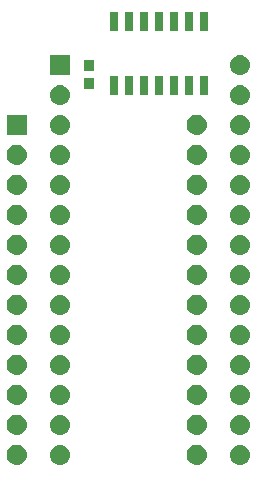
<source format=gbr>
G04 #@! TF.GenerationSoftware,KiCad,Pcbnew,(5.1.4)-1*
G04 #@! TF.CreationDate,2021-05-13T22:14:35-04:00*
G04 #@! TF.ProjectId,27c256_to_82s141,32376332-3536-45f7-946f-5f3832733134,rev?*
G04 #@! TF.SameCoordinates,Original*
G04 #@! TF.FileFunction,Soldermask,Bot*
G04 #@! TF.FilePolarity,Negative*
%FSLAX46Y46*%
G04 Gerber Fmt 4.6, Leading zero omitted, Abs format (unit mm)*
G04 Created by KiCad (PCBNEW (5.1.4)-1) date 2021-05-13 22:14:35*
%MOMM*%
%LPD*%
G04 APERTURE LIST*
%ADD10C,0.100000*%
G04 APERTURE END LIST*
D10*
G36*
X110971824Y-82916314D02*
G01*
X111132243Y-82964977D01*
X111252012Y-83028995D01*
X111280079Y-83043997D01*
X111409660Y-83150342D01*
X111516005Y-83279923D01*
X111516006Y-83279925D01*
X111595025Y-83427759D01*
X111643688Y-83588178D01*
X111660118Y-83755001D01*
X111643688Y-83921824D01*
X111595025Y-84082243D01*
X111524115Y-84214907D01*
X111516005Y-84230079D01*
X111409660Y-84359660D01*
X111280079Y-84466005D01*
X111280077Y-84466006D01*
X111132243Y-84545025D01*
X110971824Y-84593688D01*
X110846805Y-84606001D01*
X110763197Y-84606001D01*
X110638178Y-84593688D01*
X110477759Y-84545025D01*
X110329925Y-84466006D01*
X110329923Y-84466005D01*
X110200342Y-84359660D01*
X110093997Y-84230079D01*
X110085887Y-84214907D01*
X110014977Y-84082243D01*
X109966314Y-83921824D01*
X109949884Y-83755001D01*
X109966314Y-83588178D01*
X110014977Y-83427759D01*
X110093996Y-83279925D01*
X110093997Y-83279923D01*
X110200342Y-83150342D01*
X110329923Y-83043997D01*
X110357990Y-83028995D01*
X110477759Y-82964977D01*
X110638178Y-82916314D01*
X110763197Y-82904001D01*
X110846805Y-82904001D01*
X110971824Y-82916314D01*
X110971824Y-82916314D01*
G37*
G36*
X126211824Y-82916314D02*
G01*
X126372243Y-82964977D01*
X126492012Y-83028995D01*
X126520079Y-83043997D01*
X126649660Y-83150342D01*
X126756005Y-83279923D01*
X126756006Y-83279925D01*
X126835025Y-83427759D01*
X126883688Y-83588178D01*
X126900118Y-83755001D01*
X126883688Y-83921824D01*
X126835025Y-84082243D01*
X126764115Y-84214907D01*
X126756005Y-84230079D01*
X126649660Y-84359660D01*
X126520079Y-84466005D01*
X126520077Y-84466006D01*
X126372243Y-84545025D01*
X126211824Y-84593688D01*
X126086805Y-84606001D01*
X126003197Y-84606001D01*
X125878178Y-84593688D01*
X125717759Y-84545025D01*
X125569925Y-84466006D01*
X125569923Y-84466005D01*
X125440342Y-84359660D01*
X125333997Y-84230079D01*
X125325887Y-84214907D01*
X125254977Y-84082243D01*
X125206314Y-83921824D01*
X125189884Y-83755001D01*
X125206314Y-83588178D01*
X125254977Y-83427759D01*
X125333996Y-83279925D01*
X125333997Y-83279923D01*
X125440342Y-83150342D01*
X125569923Y-83043997D01*
X125597990Y-83028995D01*
X125717759Y-82964977D01*
X125878178Y-82916314D01*
X126003197Y-82904001D01*
X126086805Y-82904001D01*
X126211824Y-82916314D01*
X126211824Y-82916314D01*
G37*
G36*
X122556823Y-82901313D02*
G01*
X122717242Y-82949976D01*
X122849906Y-83020886D01*
X122865078Y-83028996D01*
X122994659Y-83135341D01*
X123101004Y-83264922D01*
X123101005Y-83264924D01*
X123180024Y-83412758D01*
X123228687Y-83573177D01*
X123245117Y-83740000D01*
X123228687Y-83906823D01*
X123180024Y-84067242D01*
X123109114Y-84199906D01*
X123101004Y-84215078D01*
X122994659Y-84344659D01*
X122865078Y-84451004D01*
X122865076Y-84451005D01*
X122717242Y-84530024D01*
X122556823Y-84578687D01*
X122431804Y-84591000D01*
X122348196Y-84591000D01*
X122223177Y-84578687D01*
X122062758Y-84530024D01*
X121914924Y-84451005D01*
X121914922Y-84451004D01*
X121785341Y-84344659D01*
X121678996Y-84215078D01*
X121670886Y-84199906D01*
X121599976Y-84067242D01*
X121551313Y-83906823D01*
X121534883Y-83740000D01*
X121551313Y-83573177D01*
X121599976Y-83412758D01*
X121678995Y-83264924D01*
X121678996Y-83264922D01*
X121785341Y-83135341D01*
X121914922Y-83028996D01*
X121930094Y-83020886D01*
X122062758Y-82949976D01*
X122223177Y-82901313D01*
X122348196Y-82889000D01*
X122431804Y-82889000D01*
X122556823Y-82901313D01*
X122556823Y-82901313D01*
G37*
G36*
X107316823Y-82901313D02*
G01*
X107477242Y-82949976D01*
X107609906Y-83020886D01*
X107625078Y-83028996D01*
X107754659Y-83135341D01*
X107861004Y-83264922D01*
X107861005Y-83264924D01*
X107940024Y-83412758D01*
X107988687Y-83573177D01*
X108005117Y-83740000D01*
X107988687Y-83906823D01*
X107940024Y-84067242D01*
X107869114Y-84199906D01*
X107861004Y-84215078D01*
X107754659Y-84344659D01*
X107625078Y-84451004D01*
X107625076Y-84451005D01*
X107477242Y-84530024D01*
X107316823Y-84578687D01*
X107191804Y-84591000D01*
X107108196Y-84591000D01*
X106983177Y-84578687D01*
X106822758Y-84530024D01*
X106674924Y-84451005D01*
X106674922Y-84451004D01*
X106545341Y-84344659D01*
X106438996Y-84215078D01*
X106430886Y-84199906D01*
X106359976Y-84067242D01*
X106311313Y-83906823D01*
X106294883Y-83740000D01*
X106311313Y-83573177D01*
X106359976Y-83412758D01*
X106438995Y-83264924D01*
X106438996Y-83264922D01*
X106545341Y-83135341D01*
X106674922Y-83028996D01*
X106690094Y-83020886D01*
X106822758Y-82949976D01*
X106983177Y-82901313D01*
X107108196Y-82889000D01*
X107191804Y-82889000D01*
X107316823Y-82901313D01*
X107316823Y-82901313D01*
G37*
G36*
X126211824Y-80376314D02*
G01*
X126372243Y-80424977D01*
X126492012Y-80488995D01*
X126520079Y-80503997D01*
X126649660Y-80610342D01*
X126756005Y-80739923D01*
X126756006Y-80739925D01*
X126835025Y-80887759D01*
X126883688Y-81048178D01*
X126900118Y-81215001D01*
X126883688Y-81381824D01*
X126835025Y-81542243D01*
X126764115Y-81674907D01*
X126756005Y-81690079D01*
X126649660Y-81819660D01*
X126520079Y-81926005D01*
X126520077Y-81926006D01*
X126372243Y-82005025D01*
X126211824Y-82053688D01*
X126086805Y-82066001D01*
X126003197Y-82066001D01*
X125878178Y-82053688D01*
X125717759Y-82005025D01*
X125569925Y-81926006D01*
X125569923Y-81926005D01*
X125440342Y-81819660D01*
X125333997Y-81690079D01*
X125325887Y-81674907D01*
X125254977Y-81542243D01*
X125206314Y-81381824D01*
X125189884Y-81215001D01*
X125206314Y-81048178D01*
X125254977Y-80887759D01*
X125333996Y-80739925D01*
X125333997Y-80739923D01*
X125440342Y-80610342D01*
X125569923Y-80503997D01*
X125597990Y-80488995D01*
X125717759Y-80424977D01*
X125878178Y-80376314D01*
X126003197Y-80364001D01*
X126086805Y-80364001D01*
X126211824Y-80376314D01*
X126211824Y-80376314D01*
G37*
G36*
X110971824Y-80376314D02*
G01*
X111132243Y-80424977D01*
X111252012Y-80488995D01*
X111280079Y-80503997D01*
X111409660Y-80610342D01*
X111516005Y-80739923D01*
X111516006Y-80739925D01*
X111595025Y-80887759D01*
X111643688Y-81048178D01*
X111660118Y-81215001D01*
X111643688Y-81381824D01*
X111595025Y-81542243D01*
X111524115Y-81674907D01*
X111516005Y-81690079D01*
X111409660Y-81819660D01*
X111280079Y-81926005D01*
X111280077Y-81926006D01*
X111132243Y-82005025D01*
X110971824Y-82053688D01*
X110846805Y-82066001D01*
X110763197Y-82066001D01*
X110638178Y-82053688D01*
X110477759Y-82005025D01*
X110329925Y-81926006D01*
X110329923Y-81926005D01*
X110200342Y-81819660D01*
X110093997Y-81690079D01*
X110085887Y-81674907D01*
X110014977Y-81542243D01*
X109966314Y-81381824D01*
X109949884Y-81215001D01*
X109966314Y-81048178D01*
X110014977Y-80887759D01*
X110093996Y-80739925D01*
X110093997Y-80739923D01*
X110200342Y-80610342D01*
X110329923Y-80503997D01*
X110357990Y-80488995D01*
X110477759Y-80424977D01*
X110638178Y-80376314D01*
X110763197Y-80364001D01*
X110846805Y-80364001D01*
X110971824Y-80376314D01*
X110971824Y-80376314D01*
G37*
G36*
X122556823Y-80361313D02*
G01*
X122717242Y-80409976D01*
X122849906Y-80480886D01*
X122865078Y-80488996D01*
X122994659Y-80595341D01*
X123101004Y-80724922D01*
X123101005Y-80724924D01*
X123180024Y-80872758D01*
X123228687Y-81033177D01*
X123245117Y-81200000D01*
X123228687Y-81366823D01*
X123180024Y-81527242D01*
X123109114Y-81659906D01*
X123101004Y-81675078D01*
X122994659Y-81804659D01*
X122865078Y-81911004D01*
X122865076Y-81911005D01*
X122717242Y-81990024D01*
X122556823Y-82038687D01*
X122431804Y-82051000D01*
X122348196Y-82051000D01*
X122223177Y-82038687D01*
X122062758Y-81990024D01*
X121914924Y-81911005D01*
X121914922Y-81911004D01*
X121785341Y-81804659D01*
X121678996Y-81675078D01*
X121670886Y-81659906D01*
X121599976Y-81527242D01*
X121551313Y-81366823D01*
X121534883Y-81200000D01*
X121551313Y-81033177D01*
X121599976Y-80872758D01*
X121678995Y-80724924D01*
X121678996Y-80724922D01*
X121785341Y-80595341D01*
X121914922Y-80488996D01*
X121930094Y-80480886D01*
X122062758Y-80409976D01*
X122223177Y-80361313D01*
X122348196Y-80349000D01*
X122431804Y-80349000D01*
X122556823Y-80361313D01*
X122556823Y-80361313D01*
G37*
G36*
X107316823Y-80361313D02*
G01*
X107477242Y-80409976D01*
X107609906Y-80480886D01*
X107625078Y-80488996D01*
X107754659Y-80595341D01*
X107861004Y-80724922D01*
X107861005Y-80724924D01*
X107940024Y-80872758D01*
X107988687Y-81033177D01*
X108005117Y-81200000D01*
X107988687Y-81366823D01*
X107940024Y-81527242D01*
X107869114Y-81659906D01*
X107861004Y-81675078D01*
X107754659Y-81804659D01*
X107625078Y-81911004D01*
X107625076Y-81911005D01*
X107477242Y-81990024D01*
X107316823Y-82038687D01*
X107191804Y-82051000D01*
X107108196Y-82051000D01*
X106983177Y-82038687D01*
X106822758Y-81990024D01*
X106674924Y-81911005D01*
X106674922Y-81911004D01*
X106545341Y-81804659D01*
X106438996Y-81675078D01*
X106430886Y-81659906D01*
X106359976Y-81527242D01*
X106311313Y-81366823D01*
X106294883Y-81200000D01*
X106311313Y-81033177D01*
X106359976Y-80872758D01*
X106438995Y-80724924D01*
X106438996Y-80724922D01*
X106545341Y-80595341D01*
X106674922Y-80488996D01*
X106690094Y-80480886D01*
X106822758Y-80409976D01*
X106983177Y-80361313D01*
X107108196Y-80349000D01*
X107191804Y-80349000D01*
X107316823Y-80361313D01*
X107316823Y-80361313D01*
G37*
G36*
X126211824Y-77836314D02*
G01*
X126372243Y-77884977D01*
X126492012Y-77948995D01*
X126520079Y-77963997D01*
X126649660Y-78070342D01*
X126756005Y-78199923D01*
X126756006Y-78199925D01*
X126835025Y-78347759D01*
X126883688Y-78508178D01*
X126900118Y-78675001D01*
X126883688Y-78841824D01*
X126835025Y-79002243D01*
X126764115Y-79134907D01*
X126756005Y-79150079D01*
X126649660Y-79279660D01*
X126520079Y-79386005D01*
X126520077Y-79386006D01*
X126372243Y-79465025D01*
X126211824Y-79513688D01*
X126086805Y-79526001D01*
X126003197Y-79526001D01*
X125878178Y-79513688D01*
X125717759Y-79465025D01*
X125569925Y-79386006D01*
X125569923Y-79386005D01*
X125440342Y-79279660D01*
X125333997Y-79150079D01*
X125325887Y-79134907D01*
X125254977Y-79002243D01*
X125206314Y-78841824D01*
X125189884Y-78675001D01*
X125206314Y-78508178D01*
X125254977Y-78347759D01*
X125333996Y-78199925D01*
X125333997Y-78199923D01*
X125440342Y-78070342D01*
X125569923Y-77963997D01*
X125597990Y-77948995D01*
X125717759Y-77884977D01*
X125878178Y-77836314D01*
X126003197Y-77824001D01*
X126086805Y-77824001D01*
X126211824Y-77836314D01*
X126211824Y-77836314D01*
G37*
G36*
X110971824Y-77836314D02*
G01*
X111132243Y-77884977D01*
X111252012Y-77948995D01*
X111280079Y-77963997D01*
X111409660Y-78070342D01*
X111516005Y-78199923D01*
X111516006Y-78199925D01*
X111595025Y-78347759D01*
X111643688Y-78508178D01*
X111660118Y-78675001D01*
X111643688Y-78841824D01*
X111595025Y-79002243D01*
X111524115Y-79134907D01*
X111516005Y-79150079D01*
X111409660Y-79279660D01*
X111280079Y-79386005D01*
X111280077Y-79386006D01*
X111132243Y-79465025D01*
X110971824Y-79513688D01*
X110846805Y-79526001D01*
X110763197Y-79526001D01*
X110638178Y-79513688D01*
X110477759Y-79465025D01*
X110329925Y-79386006D01*
X110329923Y-79386005D01*
X110200342Y-79279660D01*
X110093997Y-79150079D01*
X110085887Y-79134907D01*
X110014977Y-79002243D01*
X109966314Y-78841824D01*
X109949884Y-78675001D01*
X109966314Y-78508178D01*
X110014977Y-78347759D01*
X110093996Y-78199925D01*
X110093997Y-78199923D01*
X110200342Y-78070342D01*
X110329923Y-77963997D01*
X110357990Y-77948995D01*
X110477759Y-77884977D01*
X110638178Y-77836314D01*
X110763197Y-77824001D01*
X110846805Y-77824001D01*
X110971824Y-77836314D01*
X110971824Y-77836314D01*
G37*
G36*
X107316823Y-77821313D02*
G01*
X107477242Y-77869976D01*
X107609906Y-77940886D01*
X107625078Y-77948996D01*
X107754659Y-78055341D01*
X107861004Y-78184922D01*
X107861005Y-78184924D01*
X107940024Y-78332758D01*
X107988687Y-78493177D01*
X108005117Y-78660000D01*
X107988687Y-78826823D01*
X107940024Y-78987242D01*
X107869114Y-79119906D01*
X107861004Y-79135078D01*
X107754659Y-79264659D01*
X107625078Y-79371004D01*
X107625076Y-79371005D01*
X107477242Y-79450024D01*
X107316823Y-79498687D01*
X107191804Y-79511000D01*
X107108196Y-79511000D01*
X106983177Y-79498687D01*
X106822758Y-79450024D01*
X106674924Y-79371005D01*
X106674922Y-79371004D01*
X106545341Y-79264659D01*
X106438996Y-79135078D01*
X106430886Y-79119906D01*
X106359976Y-78987242D01*
X106311313Y-78826823D01*
X106294883Y-78660000D01*
X106311313Y-78493177D01*
X106359976Y-78332758D01*
X106438995Y-78184924D01*
X106438996Y-78184922D01*
X106545341Y-78055341D01*
X106674922Y-77948996D01*
X106690094Y-77940886D01*
X106822758Y-77869976D01*
X106983177Y-77821313D01*
X107108196Y-77809000D01*
X107191804Y-77809000D01*
X107316823Y-77821313D01*
X107316823Y-77821313D01*
G37*
G36*
X122556823Y-77821313D02*
G01*
X122717242Y-77869976D01*
X122849906Y-77940886D01*
X122865078Y-77948996D01*
X122994659Y-78055341D01*
X123101004Y-78184922D01*
X123101005Y-78184924D01*
X123180024Y-78332758D01*
X123228687Y-78493177D01*
X123245117Y-78660000D01*
X123228687Y-78826823D01*
X123180024Y-78987242D01*
X123109114Y-79119906D01*
X123101004Y-79135078D01*
X122994659Y-79264659D01*
X122865078Y-79371004D01*
X122865076Y-79371005D01*
X122717242Y-79450024D01*
X122556823Y-79498687D01*
X122431804Y-79511000D01*
X122348196Y-79511000D01*
X122223177Y-79498687D01*
X122062758Y-79450024D01*
X121914924Y-79371005D01*
X121914922Y-79371004D01*
X121785341Y-79264659D01*
X121678996Y-79135078D01*
X121670886Y-79119906D01*
X121599976Y-78987242D01*
X121551313Y-78826823D01*
X121534883Y-78660000D01*
X121551313Y-78493177D01*
X121599976Y-78332758D01*
X121678995Y-78184924D01*
X121678996Y-78184922D01*
X121785341Y-78055341D01*
X121914922Y-77948996D01*
X121930094Y-77940886D01*
X122062758Y-77869976D01*
X122223177Y-77821313D01*
X122348196Y-77809000D01*
X122431804Y-77809000D01*
X122556823Y-77821313D01*
X122556823Y-77821313D01*
G37*
G36*
X126211824Y-75296314D02*
G01*
X126372243Y-75344977D01*
X126492012Y-75408995D01*
X126520079Y-75423997D01*
X126649660Y-75530342D01*
X126756005Y-75659923D01*
X126756006Y-75659925D01*
X126835025Y-75807759D01*
X126883688Y-75968178D01*
X126900118Y-76135001D01*
X126883688Y-76301824D01*
X126835025Y-76462243D01*
X126764115Y-76594907D01*
X126756005Y-76610079D01*
X126649660Y-76739660D01*
X126520079Y-76846005D01*
X126520077Y-76846006D01*
X126372243Y-76925025D01*
X126211824Y-76973688D01*
X126086805Y-76986001D01*
X126003197Y-76986001D01*
X125878178Y-76973688D01*
X125717759Y-76925025D01*
X125569925Y-76846006D01*
X125569923Y-76846005D01*
X125440342Y-76739660D01*
X125333997Y-76610079D01*
X125325887Y-76594907D01*
X125254977Y-76462243D01*
X125206314Y-76301824D01*
X125189884Y-76135001D01*
X125206314Y-75968178D01*
X125254977Y-75807759D01*
X125333996Y-75659925D01*
X125333997Y-75659923D01*
X125440342Y-75530342D01*
X125569923Y-75423997D01*
X125597990Y-75408995D01*
X125717759Y-75344977D01*
X125878178Y-75296314D01*
X126003197Y-75284001D01*
X126086805Y-75284001D01*
X126211824Y-75296314D01*
X126211824Y-75296314D01*
G37*
G36*
X110971824Y-75296314D02*
G01*
X111132243Y-75344977D01*
X111252012Y-75408995D01*
X111280079Y-75423997D01*
X111409660Y-75530342D01*
X111516005Y-75659923D01*
X111516006Y-75659925D01*
X111595025Y-75807759D01*
X111643688Y-75968178D01*
X111660118Y-76135001D01*
X111643688Y-76301824D01*
X111595025Y-76462243D01*
X111524115Y-76594907D01*
X111516005Y-76610079D01*
X111409660Y-76739660D01*
X111280079Y-76846005D01*
X111280077Y-76846006D01*
X111132243Y-76925025D01*
X110971824Y-76973688D01*
X110846805Y-76986001D01*
X110763197Y-76986001D01*
X110638178Y-76973688D01*
X110477759Y-76925025D01*
X110329925Y-76846006D01*
X110329923Y-76846005D01*
X110200342Y-76739660D01*
X110093997Y-76610079D01*
X110085887Y-76594907D01*
X110014977Y-76462243D01*
X109966314Y-76301824D01*
X109949884Y-76135001D01*
X109966314Y-75968178D01*
X110014977Y-75807759D01*
X110093996Y-75659925D01*
X110093997Y-75659923D01*
X110200342Y-75530342D01*
X110329923Y-75423997D01*
X110357990Y-75408995D01*
X110477759Y-75344977D01*
X110638178Y-75296314D01*
X110763197Y-75284001D01*
X110846805Y-75284001D01*
X110971824Y-75296314D01*
X110971824Y-75296314D01*
G37*
G36*
X122556823Y-75281313D02*
G01*
X122717242Y-75329976D01*
X122849906Y-75400886D01*
X122865078Y-75408996D01*
X122994659Y-75515341D01*
X123101004Y-75644922D01*
X123101005Y-75644924D01*
X123180024Y-75792758D01*
X123228687Y-75953177D01*
X123245117Y-76120000D01*
X123228687Y-76286823D01*
X123180024Y-76447242D01*
X123109114Y-76579906D01*
X123101004Y-76595078D01*
X122994659Y-76724659D01*
X122865078Y-76831004D01*
X122865076Y-76831005D01*
X122717242Y-76910024D01*
X122556823Y-76958687D01*
X122431804Y-76971000D01*
X122348196Y-76971000D01*
X122223177Y-76958687D01*
X122062758Y-76910024D01*
X121914924Y-76831005D01*
X121914922Y-76831004D01*
X121785341Y-76724659D01*
X121678996Y-76595078D01*
X121670886Y-76579906D01*
X121599976Y-76447242D01*
X121551313Y-76286823D01*
X121534883Y-76120000D01*
X121551313Y-75953177D01*
X121599976Y-75792758D01*
X121678995Y-75644924D01*
X121678996Y-75644922D01*
X121785341Y-75515341D01*
X121914922Y-75408996D01*
X121930094Y-75400886D01*
X122062758Y-75329976D01*
X122223177Y-75281313D01*
X122348196Y-75269000D01*
X122431804Y-75269000D01*
X122556823Y-75281313D01*
X122556823Y-75281313D01*
G37*
G36*
X107316823Y-75281313D02*
G01*
X107477242Y-75329976D01*
X107609906Y-75400886D01*
X107625078Y-75408996D01*
X107754659Y-75515341D01*
X107861004Y-75644922D01*
X107861005Y-75644924D01*
X107940024Y-75792758D01*
X107988687Y-75953177D01*
X108005117Y-76120000D01*
X107988687Y-76286823D01*
X107940024Y-76447242D01*
X107869114Y-76579906D01*
X107861004Y-76595078D01*
X107754659Y-76724659D01*
X107625078Y-76831004D01*
X107625076Y-76831005D01*
X107477242Y-76910024D01*
X107316823Y-76958687D01*
X107191804Y-76971000D01*
X107108196Y-76971000D01*
X106983177Y-76958687D01*
X106822758Y-76910024D01*
X106674924Y-76831005D01*
X106674922Y-76831004D01*
X106545341Y-76724659D01*
X106438996Y-76595078D01*
X106430886Y-76579906D01*
X106359976Y-76447242D01*
X106311313Y-76286823D01*
X106294883Y-76120000D01*
X106311313Y-75953177D01*
X106359976Y-75792758D01*
X106438995Y-75644924D01*
X106438996Y-75644922D01*
X106545341Y-75515341D01*
X106674922Y-75408996D01*
X106690094Y-75400886D01*
X106822758Y-75329976D01*
X106983177Y-75281313D01*
X107108196Y-75269000D01*
X107191804Y-75269000D01*
X107316823Y-75281313D01*
X107316823Y-75281313D01*
G37*
G36*
X126211824Y-72756314D02*
G01*
X126372243Y-72804977D01*
X126492012Y-72868995D01*
X126520079Y-72883997D01*
X126649660Y-72990342D01*
X126756005Y-73119923D01*
X126756006Y-73119925D01*
X126835025Y-73267759D01*
X126883688Y-73428178D01*
X126900118Y-73595001D01*
X126883688Y-73761824D01*
X126835025Y-73922243D01*
X126764115Y-74054907D01*
X126756005Y-74070079D01*
X126649660Y-74199660D01*
X126520079Y-74306005D01*
X126520077Y-74306006D01*
X126372243Y-74385025D01*
X126211824Y-74433688D01*
X126086805Y-74446001D01*
X126003197Y-74446001D01*
X125878178Y-74433688D01*
X125717759Y-74385025D01*
X125569925Y-74306006D01*
X125569923Y-74306005D01*
X125440342Y-74199660D01*
X125333997Y-74070079D01*
X125325887Y-74054907D01*
X125254977Y-73922243D01*
X125206314Y-73761824D01*
X125189884Y-73595001D01*
X125206314Y-73428178D01*
X125254977Y-73267759D01*
X125333996Y-73119925D01*
X125333997Y-73119923D01*
X125440342Y-72990342D01*
X125569923Y-72883997D01*
X125597990Y-72868995D01*
X125717759Y-72804977D01*
X125878178Y-72756314D01*
X126003197Y-72744001D01*
X126086805Y-72744001D01*
X126211824Y-72756314D01*
X126211824Y-72756314D01*
G37*
G36*
X110971824Y-72756314D02*
G01*
X111132243Y-72804977D01*
X111252012Y-72868995D01*
X111280079Y-72883997D01*
X111409660Y-72990342D01*
X111516005Y-73119923D01*
X111516006Y-73119925D01*
X111595025Y-73267759D01*
X111643688Y-73428178D01*
X111660118Y-73595001D01*
X111643688Y-73761824D01*
X111595025Y-73922243D01*
X111524115Y-74054907D01*
X111516005Y-74070079D01*
X111409660Y-74199660D01*
X111280079Y-74306005D01*
X111280077Y-74306006D01*
X111132243Y-74385025D01*
X110971824Y-74433688D01*
X110846805Y-74446001D01*
X110763197Y-74446001D01*
X110638178Y-74433688D01*
X110477759Y-74385025D01*
X110329925Y-74306006D01*
X110329923Y-74306005D01*
X110200342Y-74199660D01*
X110093997Y-74070079D01*
X110085887Y-74054907D01*
X110014977Y-73922243D01*
X109966314Y-73761824D01*
X109949884Y-73595001D01*
X109966314Y-73428178D01*
X110014977Y-73267759D01*
X110093996Y-73119925D01*
X110093997Y-73119923D01*
X110200342Y-72990342D01*
X110329923Y-72883997D01*
X110357990Y-72868995D01*
X110477759Y-72804977D01*
X110638178Y-72756314D01*
X110763197Y-72744001D01*
X110846805Y-72744001D01*
X110971824Y-72756314D01*
X110971824Y-72756314D01*
G37*
G36*
X122556823Y-72741313D02*
G01*
X122717242Y-72789976D01*
X122849906Y-72860886D01*
X122865078Y-72868996D01*
X122994659Y-72975341D01*
X123101004Y-73104922D01*
X123101005Y-73104924D01*
X123180024Y-73252758D01*
X123228687Y-73413177D01*
X123245117Y-73580000D01*
X123228687Y-73746823D01*
X123180024Y-73907242D01*
X123109114Y-74039906D01*
X123101004Y-74055078D01*
X122994659Y-74184659D01*
X122865078Y-74291004D01*
X122865076Y-74291005D01*
X122717242Y-74370024D01*
X122556823Y-74418687D01*
X122431804Y-74431000D01*
X122348196Y-74431000D01*
X122223177Y-74418687D01*
X122062758Y-74370024D01*
X121914924Y-74291005D01*
X121914922Y-74291004D01*
X121785341Y-74184659D01*
X121678996Y-74055078D01*
X121670886Y-74039906D01*
X121599976Y-73907242D01*
X121551313Y-73746823D01*
X121534883Y-73580000D01*
X121551313Y-73413177D01*
X121599976Y-73252758D01*
X121678995Y-73104924D01*
X121678996Y-73104922D01*
X121785341Y-72975341D01*
X121914922Y-72868996D01*
X121930094Y-72860886D01*
X122062758Y-72789976D01*
X122223177Y-72741313D01*
X122348196Y-72729000D01*
X122431804Y-72729000D01*
X122556823Y-72741313D01*
X122556823Y-72741313D01*
G37*
G36*
X107316823Y-72741313D02*
G01*
X107477242Y-72789976D01*
X107609906Y-72860886D01*
X107625078Y-72868996D01*
X107754659Y-72975341D01*
X107861004Y-73104922D01*
X107861005Y-73104924D01*
X107940024Y-73252758D01*
X107988687Y-73413177D01*
X108005117Y-73580000D01*
X107988687Y-73746823D01*
X107940024Y-73907242D01*
X107869114Y-74039906D01*
X107861004Y-74055078D01*
X107754659Y-74184659D01*
X107625078Y-74291004D01*
X107625076Y-74291005D01*
X107477242Y-74370024D01*
X107316823Y-74418687D01*
X107191804Y-74431000D01*
X107108196Y-74431000D01*
X106983177Y-74418687D01*
X106822758Y-74370024D01*
X106674924Y-74291005D01*
X106674922Y-74291004D01*
X106545341Y-74184659D01*
X106438996Y-74055078D01*
X106430886Y-74039906D01*
X106359976Y-73907242D01*
X106311313Y-73746823D01*
X106294883Y-73580000D01*
X106311313Y-73413177D01*
X106359976Y-73252758D01*
X106438995Y-73104924D01*
X106438996Y-73104922D01*
X106545341Y-72975341D01*
X106674922Y-72868996D01*
X106690094Y-72860886D01*
X106822758Y-72789976D01*
X106983177Y-72741313D01*
X107108196Y-72729000D01*
X107191804Y-72729000D01*
X107316823Y-72741313D01*
X107316823Y-72741313D01*
G37*
G36*
X126211824Y-70216314D02*
G01*
X126372243Y-70264977D01*
X126492012Y-70328995D01*
X126520079Y-70343997D01*
X126649660Y-70450342D01*
X126756005Y-70579923D01*
X126756006Y-70579925D01*
X126835025Y-70727759D01*
X126883688Y-70888178D01*
X126900118Y-71055001D01*
X126883688Y-71221824D01*
X126835025Y-71382243D01*
X126764115Y-71514907D01*
X126756005Y-71530079D01*
X126649660Y-71659660D01*
X126520079Y-71766005D01*
X126520077Y-71766006D01*
X126372243Y-71845025D01*
X126211824Y-71893688D01*
X126086805Y-71906001D01*
X126003197Y-71906001D01*
X125878178Y-71893688D01*
X125717759Y-71845025D01*
X125569925Y-71766006D01*
X125569923Y-71766005D01*
X125440342Y-71659660D01*
X125333997Y-71530079D01*
X125325887Y-71514907D01*
X125254977Y-71382243D01*
X125206314Y-71221824D01*
X125189884Y-71055001D01*
X125206314Y-70888178D01*
X125254977Y-70727759D01*
X125333996Y-70579925D01*
X125333997Y-70579923D01*
X125440342Y-70450342D01*
X125569923Y-70343997D01*
X125597990Y-70328995D01*
X125717759Y-70264977D01*
X125878178Y-70216314D01*
X126003197Y-70204001D01*
X126086805Y-70204001D01*
X126211824Y-70216314D01*
X126211824Y-70216314D01*
G37*
G36*
X110971824Y-70216314D02*
G01*
X111132243Y-70264977D01*
X111252012Y-70328995D01*
X111280079Y-70343997D01*
X111409660Y-70450342D01*
X111516005Y-70579923D01*
X111516006Y-70579925D01*
X111595025Y-70727759D01*
X111643688Y-70888178D01*
X111660118Y-71055001D01*
X111643688Y-71221824D01*
X111595025Y-71382243D01*
X111524115Y-71514907D01*
X111516005Y-71530079D01*
X111409660Y-71659660D01*
X111280079Y-71766005D01*
X111280077Y-71766006D01*
X111132243Y-71845025D01*
X110971824Y-71893688D01*
X110846805Y-71906001D01*
X110763197Y-71906001D01*
X110638178Y-71893688D01*
X110477759Y-71845025D01*
X110329925Y-71766006D01*
X110329923Y-71766005D01*
X110200342Y-71659660D01*
X110093997Y-71530079D01*
X110085887Y-71514907D01*
X110014977Y-71382243D01*
X109966314Y-71221824D01*
X109949884Y-71055001D01*
X109966314Y-70888178D01*
X110014977Y-70727759D01*
X110093996Y-70579925D01*
X110093997Y-70579923D01*
X110200342Y-70450342D01*
X110329923Y-70343997D01*
X110357990Y-70328995D01*
X110477759Y-70264977D01*
X110638178Y-70216314D01*
X110763197Y-70204001D01*
X110846805Y-70204001D01*
X110971824Y-70216314D01*
X110971824Y-70216314D01*
G37*
G36*
X122556823Y-70201313D02*
G01*
X122717242Y-70249976D01*
X122849906Y-70320886D01*
X122865078Y-70328996D01*
X122994659Y-70435341D01*
X123101004Y-70564922D01*
X123101005Y-70564924D01*
X123180024Y-70712758D01*
X123228687Y-70873177D01*
X123245117Y-71040000D01*
X123228687Y-71206823D01*
X123180024Y-71367242D01*
X123109114Y-71499906D01*
X123101004Y-71515078D01*
X122994659Y-71644659D01*
X122865078Y-71751004D01*
X122865076Y-71751005D01*
X122717242Y-71830024D01*
X122556823Y-71878687D01*
X122431804Y-71891000D01*
X122348196Y-71891000D01*
X122223177Y-71878687D01*
X122062758Y-71830024D01*
X121914924Y-71751005D01*
X121914922Y-71751004D01*
X121785341Y-71644659D01*
X121678996Y-71515078D01*
X121670886Y-71499906D01*
X121599976Y-71367242D01*
X121551313Y-71206823D01*
X121534883Y-71040000D01*
X121551313Y-70873177D01*
X121599976Y-70712758D01*
X121678995Y-70564924D01*
X121678996Y-70564922D01*
X121785341Y-70435341D01*
X121914922Y-70328996D01*
X121930094Y-70320886D01*
X122062758Y-70249976D01*
X122223177Y-70201313D01*
X122348196Y-70189000D01*
X122431804Y-70189000D01*
X122556823Y-70201313D01*
X122556823Y-70201313D01*
G37*
G36*
X107316823Y-70201313D02*
G01*
X107477242Y-70249976D01*
X107609906Y-70320886D01*
X107625078Y-70328996D01*
X107754659Y-70435341D01*
X107861004Y-70564922D01*
X107861005Y-70564924D01*
X107940024Y-70712758D01*
X107988687Y-70873177D01*
X108005117Y-71040000D01*
X107988687Y-71206823D01*
X107940024Y-71367242D01*
X107869114Y-71499906D01*
X107861004Y-71515078D01*
X107754659Y-71644659D01*
X107625078Y-71751004D01*
X107625076Y-71751005D01*
X107477242Y-71830024D01*
X107316823Y-71878687D01*
X107191804Y-71891000D01*
X107108196Y-71891000D01*
X106983177Y-71878687D01*
X106822758Y-71830024D01*
X106674924Y-71751005D01*
X106674922Y-71751004D01*
X106545341Y-71644659D01*
X106438996Y-71515078D01*
X106430886Y-71499906D01*
X106359976Y-71367242D01*
X106311313Y-71206823D01*
X106294883Y-71040000D01*
X106311313Y-70873177D01*
X106359976Y-70712758D01*
X106438995Y-70564924D01*
X106438996Y-70564922D01*
X106545341Y-70435341D01*
X106674922Y-70328996D01*
X106690094Y-70320886D01*
X106822758Y-70249976D01*
X106983177Y-70201313D01*
X107108196Y-70189000D01*
X107191804Y-70189000D01*
X107316823Y-70201313D01*
X107316823Y-70201313D01*
G37*
G36*
X110971824Y-67676314D02*
G01*
X111132243Y-67724977D01*
X111252012Y-67788995D01*
X111280079Y-67803997D01*
X111409660Y-67910342D01*
X111516005Y-68039923D01*
X111516006Y-68039925D01*
X111595025Y-68187759D01*
X111643688Y-68348178D01*
X111660118Y-68515001D01*
X111643688Y-68681824D01*
X111595025Y-68842243D01*
X111524115Y-68974907D01*
X111516005Y-68990079D01*
X111409660Y-69119660D01*
X111280079Y-69226005D01*
X111280077Y-69226006D01*
X111132243Y-69305025D01*
X110971824Y-69353688D01*
X110846805Y-69366001D01*
X110763197Y-69366001D01*
X110638178Y-69353688D01*
X110477759Y-69305025D01*
X110329925Y-69226006D01*
X110329923Y-69226005D01*
X110200342Y-69119660D01*
X110093997Y-68990079D01*
X110085887Y-68974907D01*
X110014977Y-68842243D01*
X109966314Y-68681824D01*
X109949884Y-68515001D01*
X109966314Y-68348178D01*
X110014977Y-68187759D01*
X110093996Y-68039925D01*
X110093997Y-68039923D01*
X110200342Y-67910342D01*
X110329923Y-67803997D01*
X110357990Y-67788995D01*
X110477759Y-67724977D01*
X110638178Y-67676314D01*
X110763197Y-67664001D01*
X110846805Y-67664001D01*
X110971824Y-67676314D01*
X110971824Y-67676314D01*
G37*
G36*
X126211824Y-67676314D02*
G01*
X126372243Y-67724977D01*
X126492012Y-67788995D01*
X126520079Y-67803997D01*
X126649660Y-67910342D01*
X126756005Y-68039923D01*
X126756006Y-68039925D01*
X126835025Y-68187759D01*
X126883688Y-68348178D01*
X126900118Y-68515001D01*
X126883688Y-68681824D01*
X126835025Y-68842243D01*
X126764115Y-68974907D01*
X126756005Y-68990079D01*
X126649660Y-69119660D01*
X126520079Y-69226005D01*
X126520077Y-69226006D01*
X126372243Y-69305025D01*
X126211824Y-69353688D01*
X126086805Y-69366001D01*
X126003197Y-69366001D01*
X125878178Y-69353688D01*
X125717759Y-69305025D01*
X125569925Y-69226006D01*
X125569923Y-69226005D01*
X125440342Y-69119660D01*
X125333997Y-68990079D01*
X125325887Y-68974907D01*
X125254977Y-68842243D01*
X125206314Y-68681824D01*
X125189884Y-68515001D01*
X125206314Y-68348178D01*
X125254977Y-68187759D01*
X125333996Y-68039925D01*
X125333997Y-68039923D01*
X125440342Y-67910342D01*
X125569923Y-67803997D01*
X125597990Y-67788995D01*
X125717759Y-67724977D01*
X125878178Y-67676314D01*
X126003197Y-67664001D01*
X126086805Y-67664001D01*
X126211824Y-67676314D01*
X126211824Y-67676314D01*
G37*
G36*
X122556823Y-67661313D02*
G01*
X122717242Y-67709976D01*
X122849906Y-67780886D01*
X122865078Y-67788996D01*
X122994659Y-67895341D01*
X123101004Y-68024922D01*
X123101005Y-68024924D01*
X123180024Y-68172758D01*
X123228687Y-68333177D01*
X123245117Y-68500000D01*
X123228687Y-68666823D01*
X123180024Y-68827242D01*
X123109114Y-68959906D01*
X123101004Y-68975078D01*
X122994659Y-69104659D01*
X122865078Y-69211004D01*
X122865076Y-69211005D01*
X122717242Y-69290024D01*
X122556823Y-69338687D01*
X122431804Y-69351000D01*
X122348196Y-69351000D01*
X122223177Y-69338687D01*
X122062758Y-69290024D01*
X121914924Y-69211005D01*
X121914922Y-69211004D01*
X121785341Y-69104659D01*
X121678996Y-68975078D01*
X121670886Y-68959906D01*
X121599976Y-68827242D01*
X121551313Y-68666823D01*
X121534883Y-68500000D01*
X121551313Y-68333177D01*
X121599976Y-68172758D01*
X121678995Y-68024924D01*
X121678996Y-68024922D01*
X121785341Y-67895341D01*
X121914922Y-67788996D01*
X121930094Y-67780886D01*
X122062758Y-67709976D01*
X122223177Y-67661313D01*
X122348196Y-67649000D01*
X122431804Y-67649000D01*
X122556823Y-67661313D01*
X122556823Y-67661313D01*
G37*
G36*
X107316823Y-67661313D02*
G01*
X107477242Y-67709976D01*
X107609906Y-67780886D01*
X107625078Y-67788996D01*
X107754659Y-67895341D01*
X107861004Y-68024922D01*
X107861005Y-68024924D01*
X107940024Y-68172758D01*
X107988687Y-68333177D01*
X108005117Y-68500000D01*
X107988687Y-68666823D01*
X107940024Y-68827242D01*
X107869114Y-68959906D01*
X107861004Y-68975078D01*
X107754659Y-69104659D01*
X107625078Y-69211004D01*
X107625076Y-69211005D01*
X107477242Y-69290024D01*
X107316823Y-69338687D01*
X107191804Y-69351000D01*
X107108196Y-69351000D01*
X106983177Y-69338687D01*
X106822758Y-69290024D01*
X106674924Y-69211005D01*
X106674922Y-69211004D01*
X106545341Y-69104659D01*
X106438996Y-68975078D01*
X106430886Y-68959906D01*
X106359976Y-68827242D01*
X106311313Y-68666823D01*
X106294883Y-68500000D01*
X106311313Y-68333177D01*
X106359976Y-68172758D01*
X106438995Y-68024924D01*
X106438996Y-68024922D01*
X106545341Y-67895341D01*
X106674922Y-67788996D01*
X106690094Y-67780886D01*
X106822758Y-67709976D01*
X106983177Y-67661313D01*
X107108196Y-67649000D01*
X107191804Y-67649000D01*
X107316823Y-67661313D01*
X107316823Y-67661313D01*
G37*
G36*
X126211824Y-65136314D02*
G01*
X126372243Y-65184977D01*
X126492012Y-65248995D01*
X126520079Y-65263997D01*
X126649660Y-65370342D01*
X126756005Y-65499923D01*
X126756006Y-65499925D01*
X126835025Y-65647759D01*
X126883688Y-65808178D01*
X126900118Y-65975001D01*
X126883688Y-66141824D01*
X126835025Y-66302243D01*
X126764115Y-66434907D01*
X126756005Y-66450079D01*
X126649660Y-66579660D01*
X126520079Y-66686005D01*
X126520077Y-66686006D01*
X126372243Y-66765025D01*
X126211824Y-66813688D01*
X126086805Y-66826001D01*
X126003197Y-66826001D01*
X125878178Y-66813688D01*
X125717759Y-66765025D01*
X125569925Y-66686006D01*
X125569923Y-66686005D01*
X125440342Y-66579660D01*
X125333997Y-66450079D01*
X125325887Y-66434907D01*
X125254977Y-66302243D01*
X125206314Y-66141824D01*
X125189884Y-65975001D01*
X125206314Y-65808178D01*
X125254977Y-65647759D01*
X125333996Y-65499925D01*
X125333997Y-65499923D01*
X125440342Y-65370342D01*
X125569923Y-65263997D01*
X125597990Y-65248995D01*
X125717759Y-65184977D01*
X125878178Y-65136314D01*
X126003197Y-65124001D01*
X126086805Y-65124001D01*
X126211824Y-65136314D01*
X126211824Y-65136314D01*
G37*
G36*
X110971824Y-65136314D02*
G01*
X111132243Y-65184977D01*
X111252012Y-65248995D01*
X111280079Y-65263997D01*
X111409660Y-65370342D01*
X111516005Y-65499923D01*
X111516006Y-65499925D01*
X111595025Y-65647759D01*
X111643688Y-65808178D01*
X111660118Y-65975001D01*
X111643688Y-66141824D01*
X111595025Y-66302243D01*
X111524115Y-66434907D01*
X111516005Y-66450079D01*
X111409660Y-66579660D01*
X111280079Y-66686005D01*
X111280077Y-66686006D01*
X111132243Y-66765025D01*
X110971824Y-66813688D01*
X110846805Y-66826001D01*
X110763197Y-66826001D01*
X110638178Y-66813688D01*
X110477759Y-66765025D01*
X110329925Y-66686006D01*
X110329923Y-66686005D01*
X110200342Y-66579660D01*
X110093997Y-66450079D01*
X110085887Y-66434907D01*
X110014977Y-66302243D01*
X109966314Y-66141824D01*
X109949884Y-65975001D01*
X109966314Y-65808178D01*
X110014977Y-65647759D01*
X110093996Y-65499925D01*
X110093997Y-65499923D01*
X110200342Y-65370342D01*
X110329923Y-65263997D01*
X110357990Y-65248995D01*
X110477759Y-65184977D01*
X110638178Y-65136314D01*
X110763197Y-65124001D01*
X110846805Y-65124001D01*
X110971824Y-65136314D01*
X110971824Y-65136314D01*
G37*
G36*
X107316823Y-65121313D02*
G01*
X107477242Y-65169976D01*
X107609906Y-65240886D01*
X107625078Y-65248996D01*
X107754659Y-65355341D01*
X107861004Y-65484922D01*
X107861005Y-65484924D01*
X107940024Y-65632758D01*
X107988687Y-65793177D01*
X108005117Y-65960000D01*
X107988687Y-66126823D01*
X107940024Y-66287242D01*
X107869114Y-66419906D01*
X107861004Y-66435078D01*
X107754659Y-66564659D01*
X107625078Y-66671004D01*
X107625076Y-66671005D01*
X107477242Y-66750024D01*
X107316823Y-66798687D01*
X107191804Y-66811000D01*
X107108196Y-66811000D01*
X106983177Y-66798687D01*
X106822758Y-66750024D01*
X106674924Y-66671005D01*
X106674922Y-66671004D01*
X106545341Y-66564659D01*
X106438996Y-66435078D01*
X106430886Y-66419906D01*
X106359976Y-66287242D01*
X106311313Y-66126823D01*
X106294883Y-65960000D01*
X106311313Y-65793177D01*
X106359976Y-65632758D01*
X106438995Y-65484924D01*
X106438996Y-65484922D01*
X106545341Y-65355341D01*
X106674922Y-65248996D01*
X106690094Y-65240886D01*
X106822758Y-65169976D01*
X106983177Y-65121313D01*
X107108196Y-65109000D01*
X107191804Y-65109000D01*
X107316823Y-65121313D01*
X107316823Y-65121313D01*
G37*
G36*
X122556823Y-65121313D02*
G01*
X122717242Y-65169976D01*
X122849906Y-65240886D01*
X122865078Y-65248996D01*
X122994659Y-65355341D01*
X123101004Y-65484922D01*
X123101005Y-65484924D01*
X123180024Y-65632758D01*
X123228687Y-65793177D01*
X123245117Y-65960000D01*
X123228687Y-66126823D01*
X123180024Y-66287242D01*
X123109114Y-66419906D01*
X123101004Y-66435078D01*
X122994659Y-66564659D01*
X122865078Y-66671004D01*
X122865076Y-66671005D01*
X122717242Y-66750024D01*
X122556823Y-66798687D01*
X122431804Y-66811000D01*
X122348196Y-66811000D01*
X122223177Y-66798687D01*
X122062758Y-66750024D01*
X121914924Y-66671005D01*
X121914922Y-66671004D01*
X121785341Y-66564659D01*
X121678996Y-66435078D01*
X121670886Y-66419906D01*
X121599976Y-66287242D01*
X121551313Y-66126823D01*
X121534883Y-65960000D01*
X121551313Y-65793177D01*
X121599976Y-65632758D01*
X121678995Y-65484924D01*
X121678996Y-65484922D01*
X121785341Y-65355341D01*
X121914922Y-65248996D01*
X121930094Y-65240886D01*
X122062758Y-65169976D01*
X122223177Y-65121313D01*
X122348196Y-65109000D01*
X122431804Y-65109000D01*
X122556823Y-65121313D01*
X122556823Y-65121313D01*
G37*
G36*
X110971824Y-62596314D02*
G01*
X111132243Y-62644977D01*
X111252012Y-62708995D01*
X111280079Y-62723997D01*
X111409660Y-62830342D01*
X111516005Y-62959923D01*
X111516006Y-62959925D01*
X111595025Y-63107759D01*
X111643688Y-63268178D01*
X111660118Y-63435001D01*
X111643688Y-63601824D01*
X111595025Y-63762243D01*
X111524115Y-63894907D01*
X111516005Y-63910079D01*
X111409660Y-64039660D01*
X111280079Y-64146005D01*
X111280077Y-64146006D01*
X111132243Y-64225025D01*
X110971824Y-64273688D01*
X110846805Y-64286001D01*
X110763197Y-64286001D01*
X110638178Y-64273688D01*
X110477759Y-64225025D01*
X110329925Y-64146006D01*
X110329923Y-64146005D01*
X110200342Y-64039660D01*
X110093997Y-63910079D01*
X110085887Y-63894907D01*
X110014977Y-63762243D01*
X109966314Y-63601824D01*
X109949884Y-63435001D01*
X109966314Y-63268178D01*
X110014977Y-63107759D01*
X110093996Y-62959925D01*
X110093997Y-62959923D01*
X110200342Y-62830342D01*
X110329923Y-62723997D01*
X110357990Y-62708995D01*
X110477759Y-62644977D01*
X110638178Y-62596314D01*
X110763197Y-62584001D01*
X110846805Y-62584001D01*
X110971824Y-62596314D01*
X110971824Y-62596314D01*
G37*
G36*
X126211824Y-62596314D02*
G01*
X126372243Y-62644977D01*
X126492012Y-62708995D01*
X126520079Y-62723997D01*
X126649660Y-62830342D01*
X126756005Y-62959923D01*
X126756006Y-62959925D01*
X126835025Y-63107759D01*
X126883688Y-63268178D01*
X126900118Y-63435001D01*
X126883688Y-63601824D01*
X126835025Y-63762243D01*
X126764115Y-63894907D01*
X126756005Y-63910079D01*
X126649660Y-64039660D01*
X126520079Y-64146005D01*
X126520077Y-64146006D01*
X126372243Y-64225025D01*
X126211824Y-64273688D01*
X126086805Y-64286001D01*
X126003197Y-64286001D01*
X125878178Y-64273688D01*
X125717759Y-64225025D01*
X125569925Y-64146006D01*
X125569923Y-64146005D01*
X125440342Y-64039660D01*
X125333997Y-63910079D01*
X125325887Y-63894907D01*
X125254977Y-63762243D01*
X125206314Y-63601824D01*
X125189884Y-63435001D01*
X125206314Y-63268178D01*
X125254977Y-63107759D01*
X125333996Y-62959925D01*
X125333997Y-62959923D01*
X125440342Y-62830342D01*
X125569923Y-62723997D01*
X125597990Y-62708995D01*
X125717759Y-62644977D01*
X125878178Y-62596314D01*
X126003197Y-62584001D01*
X126086805Y-62584001D01*
X126211824Y-62596314D01*
X126211824Y-62596314D01*
G37*
G36*
X122556823Y-62581313D02*
G01*
X122717242Y-62629976D01*
X122849906Y-62700886D01*
X122865078Y-62708996D01*
X122994659Y-62815341D01*
X123101004Y-62944922D01*
X123101005Y-62944924D01*
X123180024Y-63092758D01*
X123228687Y-63253177D01*
X123245117Y-63420000D01*
X123228687Y-63586823D01*
X123180024Y-63747242D01*
X123109114Y-63879906D01*
X123101004Y-63895078D01*
X122994659Y-64024659D01*
X122865078Y-64131004D01*
X122865076Y-64131005D01*
X122717242Y-64210024D01*
X122556823Y-64258687D01*
X122431804Y-64271000D01*
X122348196Y-64271000D01*
X122223177Y-64258687D01*
X122062758Y-64210024D01*
X121914924Y-64131005D01*
X121914922Y-64131004D01*
X121785341Y-64024659D01*
X121678996Y-63895078D01*
X121670886Y-63879906D01*
X121599976Y-63747242D01*
X121551313Y-63586823D01*
X121534883Y-63420000D01*
X121551313Y-63253177D01*
X121599976Y-63092758D01*
X121678995Y-62944924D01*
X121678996Y-62944922D01*
X121785341Y-62815341D01*
X121914922Y-62708996D01*
X121930094Y-62700886D01*
X122062758Y-62629976D01*
X122223177Y-62581313D01*
X122348196Y-62569000D01*
X122431804Y-62569000D01*
X122556823Y-62581313D01*
X122556823Y-62581313D01*
G37*
G36*
X107316823Y-62581313D02*
G01*
X107477242Y-62629976D01*
X107609906Y-62700886D01*
X107625078Y-62708996D01*
X107754659Y-62815341D01*
X107861004Y-62944922D01*
X107861005Y-62944924D01*
X107940024Y-63092758D01*
X107988687Y-63253177D01*
X108005117Y-63420000D01*
X107988687Y-63586823D01*
X107940024Y-63747242D01*
X107869114Y-63879906D01*
X107861004Y-63895078D01*
X107754659Y-64024659D01*
X107625078Y-64131004D01*
X107625076Y-64131005D01*
X107477242Y-64210024D01*
X107316823Y-64258687D01*
X107191804Y-64271000D01*
X107108196Y-64271000D01*
X106983177Y-64258687D01*
X106822758Y-64210024D01*
X106674924Y-64131005D01*
X106674922Y-64131004D01*
X106545341Y-64024659D01*
X106438996Y-63895078D01*
X106430886Y-63879906D01*
X106359976Y-63747242D01*
X106311313Y-63586823D01*
X106294883Y-63420000D01*
X106311313Y-63253177D01*
X106359976Y-63092758D01*
X106438995Y-62944924D01*
X106438996Y-62944922D01*
X106545341Y-62815341D01*
X106674922Y-62708996D01*
X106690094Y-62700886D01*
X106822758Y-62629976D01*
X106983177Y-62581313D01*
X107108196Y-62569000D01*
X107191804Y-62569000D01*
X107316823Y-62581313D01*
X107316823Y-62581313D01*
G37*
G36*
X126211824Y-60056314D02*
G01*
X126372243Y-60104977D01*
X126492012Y-60168995D01*
X126520079Y-60183997D01*
X126649660Y-60290342D01*
X126756005Y-60419923D01*
X126756006Y-60419925D01*
X126835025Y-60567759D01*
X126883688Y-60728178D01*
X126900118Y-60895001D01*
X126883688Y-61061824D01*
X126835025Y-61222243D01*
X126764115Y-61354907D01*
X126756005Y-61370079D01*
X126649660Y-61499660D01*
X126520079Y-61606005D01*
X126520077Y-61606006D01*
X126372243Y-61685025D01*
X126211824Y-61733688D01*
X126086805Y-61746001D01*
X126003197Y-61746001D01*
X125878178Y-61733688D01*
X125717759Y-61685025D01*
X125569925Y-61606006D01*
X125569923Y-61606005D01*
X125440342Y-61499660D01*
X125333997Y-61370079D01*
X125325887Y-61354907D01*
X125254977Y-61222243D01*
X125206314Y-61061824D01*
X125189884Y-60895001D01*
X125206314Y-60728178D01*
X125254977Y-60567759D01*
X125333996Y-60419925D01*
X125333997Y-60419923D01*
X125440342Y-60290342D01*
X125569923Y-60183997D01*
X125597990Y-60168995D01*
X125717759Y-60104977D01*
X125878178Y-60056314D01*
X126003197Y-60044001D01*
X126086805Y-60044001D01*
X126211824Y-60056314D01*
X126211824Y-60056314D01*
G37*
G36*
X110971824Y-60056314D02*
G01*
X111132243Y-60104977D01*
X111252012Y-60168995D01*
X111280079Y-60183997D01*
X111409660Y-60290342D01*
X111516005Y-60419923D01*
X111516006Y-60419925D01*
X111595025Y-60567759D01*
X111643688Y-60728178D01*
X111660118Y-60895001D01*
X111643688Y-61061824D01*
X111595025Y-61222243D01*
X111524115Y-61354907D01*
X111516005Y-61370079D01*
X111409660Y-61499660D01*
X111280079Y-61606005D01*
X111280077Y-61606006D01*
X111132243Y-61685025D01*
X110971824Y-61733688D01*
X110846805Y-61746001D01*
X110763197Y-61746001D01*
X110638178Y-61733688D01*
X110477759Y-61685025D01*
X110329925Y-61606006D01*
X110329923Y-61606005D01*
X110200342Y-61499660D01*
X110093997Y-61370079D01*
X110085887Y-61354907D01*
X110014977Y-61222243D01*
X109966314Y-61061824D01*
X109949884Y-60895001D01*
X109966314Y-60728178D01*
X110014977Y-60567759D01*
X110093996Y-60419925D01*
X110093997Y-60419923D01*
X110200342Y-60290342D01*
X110329923Y-60183997D01*
X110357990Y-60168995D01*
X110477759Y-60104977D01*
X110638178Y-60056314D01*
X110763197Y-60044001D01*
X110846805Y-60044001D01*
X110971824Y-60056314D01*
X110971824Y-60056314D01*
G37*
G36*
X107316823Y-60041313D02*
G01*
X107477242Y-60089976D01*
X107609906Y-60160886D01*
X107625078Y-60168996D01*
X107754659Y-60275341D01*
X107861004Y-60404922D01*
X107861005Y-60404924D01*
X107940024Y-60552758D01*
X107988687Y-60713177D01*
X108005117Y-60880000D01*
X107988687Y-61046823D01*
X107940024Y-61207242D01*
X107869114Y-61339906D01*
X107861004Y-61355078D01*
X107754659Y-61484659D01*
X107625078Y-61591004D01*
X107625076Y-61591005D01*
X107477242Y-61670024D01*
X107316823Y-61718687D01*
X107191804Y-61731000D01*
X107108196Y-61731000D01*
X106983177Y-61718687D01*
X106822758Y-61670024D01*
X106674924Y-61591005D01*
X106674922Y-61591004D01*
X106545341Y-61484659D01*
X106438996Y-61355078D01*
X106430886Y-61339906D01*
X106359976Y-61207242D01*
X106311313Y-61046823D01*
X106294883Y-60880000D01*
X106311313Y-60713177D01*
X106359976Y-60552758D01*
X106438995Y-60404924D01*
X106438996Y-60404922D01*
X106545341Y-60275341D01*
X106674922Y-60168996D01*
X106690094Y-60160886D01*
X106822758Y-60089976D01*
X106983177Y-60041313D01*
X107108196Y-60029000D01*
X107191804Y-60029000D01*
X107316823Y-60041313D01*
X107316823Y-60041313D01*
G37*
G36*
X122556823Y-60041313D02*
G01*
X122717242Y-60089976D01*
X122849906Y-60160886D01*
X122865078Y-60168996D01*
X122994659Y-60275341D01*
X123101004Y-60404922D01*
X123101005Y-60404924D01*
X123180024Y-60552758D01*
X123228687Y-60713177D01*
X123245117Y-60880000D01*
X123228687Y-61046823D01*
X123180024Y-61207242D01*
X123109114Y-61339906D01*
X123101004Y-61355078D01*
X122994659Y-61484659D01*
X122865078Y-61591004D01*
X122865076Y-61591005D01*
X122717242Y-61670024D01*
X122556823Y-61718687D01*
X122431804Y-61731000D01*
X122348196Y-61731000D01*
X122223177Y-61718687D01*
X122062758Y-61670024D01*
X121914924Y-61591005D01*
X121914922Y-61591004D01*
X121785341Y-61484659D01*
X121678996Y-61355078D01*
X121670886Y-61339906D01*
X121599976Y-61207242D01*
X121551313Y-61046823D01*
X121534883Y-60880000D01*
X121551313Y-60713177D01*
X121599976Y-60552758D01*
X121678995Y-60404924D01*
X121678996Y-60404922D01*
X121785341Y-60275341D01*
X121914922Y-60168996D01*
X121930094Y-60160886D01*
X122062758Y-60089976D01*
X122223177Y-60041313D01*
X122348196Y-60029000D01*
X122431804Y-60029000D01*
X122556823Y-60041313D01*
X122556823Y-60041313D01*
G37*
G36*
X126211824Y-57516314D02*
G01*
X126372243Y-57564977D01*
X126492012Y-57628995D01*
X126520079Y-57643997D01*
X126649660Y-57750342D01*
X126756005Y-57879923D01*
X126756006Y-57879925D01*
X126835025Y-58027759D01*
X126883688Y-58188178D01*
X126900118Y-58355001D01*
X126883688Y-58521824D01*
X126835025Y-58682243D01*
X126764115Y-58814907D01*
X126756005Y-58830079D01*
X126649660Y-58959660D01*
X126520079Y-59066005D01*
X126520077Y-59066006D01*
X126372243Y-59145025D01*
X126211824Y-59193688D01*
X126086805Y-59206001D01*
X126003197Y-59206001D01*
X125878178Y-59193688D01*
X125717759Y-59145025D01*
X125569925Y-59066006D01*
X125569923Y-59066005D01*
X125440342Y-58959660D01*
X125333997Y-58830079D01*
X125325887Y-58814907D01*
X125254977Y-58682243D01*
X125206314Y-58521824D01*
X125189884Y-58355001D01*
X125206314Y-58188178D01*
X125254977Y-58027759D01*
X125333996Y-57879925D01*
X125333997Y-57879923D01*
X125440342Y-57750342D01*
X125569923Y-57643997D01*
X125597990Y-57628995D01*
X125717759Y-57564977D01*
X125878178Y-57516314D01*
X126003197Y-57504001D01*
X126086805Y-57504001D01*
X126211824Y-57516314D01*
X126211824Y-57516314D01*
G37*
G36*
X110971824Y-57516314D02*
G01*
X111132243Y-57564977D01*
X111252012Y-57628995D01*
X111280079Y-57643997D01*
X111409660Y-57750342D01*
X111516005Y-57879923D01*
X111516006Y-57879925D01*
X111595025Y-58027759D01*
X111643688Y-58188178D01*
X111660118Y-58355001D01*
X111643688Y-58521824D01*
X111595025Y-58682243D01*
X111524115Y-58814907D01*
X111516005Y-58830079D01*
X111409660Y-58959660D01*
X111280079Y-59066005D01*
X111280077Y-59066006D01*
X111132243Y-59145025D01*
X110971824Y-59193688D01*
X110846805Y-59206001D01*
X110763197Y-59206001D01*
X110638178Y-59193688D01*
X110477759Y-59145025D01*
X110329925Y-59066006D01*
X110329923Y-59066005D01*
X110200342Y-58959660D01*
X110093997Y-58830079D01*
X110085887Y-58814907D01*
X110014977Y-58682243D01*
X109966314Y-58521824D01*
X109949884Y-58355001D01*
X109966314Y-58188178D01*
X110014977Y-58027759D01*
X110093996Y-57879925D01*
X110093997Y-57879923D01*
X110200342Y-57750342D01*
X110329923Y-57643997D01*
X110357990Y-57628995D01*
X110477759Y-57564977D01*
X110638178Y-57516314D01*
X110763197Y-57504001D01*
X110846805Y-57504001D01*
X110971824Y-57516314D01*
X110971824Y-57516314D01*
G37*
G36*
X122556823Y-57501313D02*
G01*
X122717242Y-57549976D01*
X122849906Y-57620886D01*
X122865078Y-57628996D01*
X122994659Y-57735341D01*
X123101004Y-57864922D01*
X123101005Y-57864924D01*
X123180024Y-58012758D01*
X123228687Y-58173177D01*
X123245117Y-58340000D01*
X123228687Y-58506823D01*
X123180024Y-58667242D01*
X123109114Y-58799906D01*
X123101004Y-58815078D01*
X122994659Y-58944659D01*
X122865078Y-59051004D01*
X122865076Y-59051005D01*
X122717242Y-59130024D01*
X122556823Y-59178687D01*
X122431804Y-59191000D01*
X122348196Y-59191000D01*
X122223177Y-59178687D01*
X122062758Y-59130024D01*
X121914924Y-59051005D01*
X121914922Y-59051004D01*
X121785341Y-58944659D01*
X121678996Y-58815078D01*
X121670886Y-58799906D01*
X121599976Y-58667242D01*
X121551313Y-58506823D01*
X121534883Y-58340000D01*
X121551313Y-58173177D01*
X121599976Y-58012758D01*
X121678995Y-57864924D01*
X121678996Y-57864922D01*
X121785341Y-57735341D01*
X121914922Y-57628996D01*
X121930094Y-57620886D01*
X122062758Y-57549976D01*
X122223177Y-57501313D01*
X122348196Y-57489000D01*
X122431804Y-57489000D01*
X122556823Y-57501313D01*
X122556823Y-57501313D01*
G37*
G36*
X107316823Y-57501313D02*
G01*
X107477242Y-57549976D01*
X107609906Y-57620886D01*
X107625078Y-57628996D01*
X107754659Y-57735341D01*
X107861004Y-57864922D01*
X107861005Y-57864924D01*
X107940024Y-58012758D01*
X107988687Y-58173177D01*
X108005117Y-58340000D01*
X107988687Y-58506823D01*
X107940024Y-58667242D01*
X107869114Y-58799906D01*
X107861004Y-58815078D01*
X107754659Y-58944659D01*
X107625078Y-59051004D01*
X107625076Y-59051005D01*
X107477242Y-59130024D01*
X107316823Y-59178687D01*
X107191804Y-59191000D01*
X107108196Y-59191000D01*
X106983177Y-59178687D01*
X106822758Y-59130024D01*
X106674924Y-59051005D01*
X106674922Y-59051004D01*
X106545341Y-58944659D01*
X106438996Y-58815078D01*
X106430886Y-58799906D01*
X106359976Y-58667242D01*
X106311313Y-58506823D01*
X106294883Y-58340000D01*
X106311313Y-58173177D01*
X106359976Y-58012758D01*
X106438995Y-57864924D01*
X106438996Y-57864922D01*
X106545341Y-57735341D01*
X106674922Y-57628996D01*
X106690094Y-57620886D01*
X106822758Y-57549976D01*
X106983177Y-57501313D01*
X107108196Y-57489000D01*
X107191804Y-57489000D01*
X107316823Y-57501313D01*
X107316823Y-57501313D01*
G37*
G36*
X126211824Y-54976314D02*
G01*
X126372243Y-55024977D01*
X126492012Y-55088995D01*
X126520079Y-55103997D01*
X126649660Y-55210342D01*
X126756005Y-55339923D01*
X126756006Y-55339925D01*
X126835025Y-55487759D01*
X126883688Y-55648178D01*
X126900118Y-55815001D01*
X126883688Y-55981824D01*
X126835025Y-56142243D01*
X126764115Y-56274907D01*
X126756005Y-56290079D01*
X126649660Y-56419660D01*
X126520079Y-56526005D01*
X126520077Y-56526006D01*
X126372243Y-56605025D01*
X126211824Y-56653688D01*
X126086805Y-56666001D01*
X126003197Y-56666001D01*
X125878178Y-56653688D01*
X125717759Y-56605025D01*
X125569925Y-56526006D01*
X125569923Y-56526005D01*
X125440342Y-56419660D01*
X125333997Y-56290079D01*
X125325887Y-56274907D01*
X125254977Y-56142243D01*
X125206314Y-55981824D01*
X125189884Y-55815001D01*
X125206314Y-55648178D01*
X125254977Y-55487759D01*
X125333996Y-55339925D01*
X125333997Y-55339923D01*
X125440342Y-55210342D01*
X125569923Y-55103997D01*
X125597990Y-55088995D01*
X125717759Y-55024977D01*
X125878178Y-54976314D01*
X126003197Y-54964001D01*
X126086805Y-54964001D01*
X126211824Y-54976314D01*
X126211824Y-54976314D01*
G37*
G36*
X110971824Y-54976314D02*
G01*
X111132243Y-55024977D01*
X111252012Y-55088995D01*
X111280079Y-55103997D01*
X111409660Y-55210342D01*
X111516005Y-55339923D01*
X111516006Y-55339925D01*
X111595025Y-55487759D01*
X111643688Y-55648178D01*
X111660118Y-55815001D01*
X111643688Y-55981824D01*
X111595025Y-56142243D01*
X111524115Y-56274907D01*
X111516005Y-56290079D01*
X111409660Y-56419660D01*
X111280079Y-56526005D01*
X111280077Y-56526006D01*
X111132243Y-56605025D01*
X110971824Y-56653688D01*
X110846805Y-56666001D01*
X110763197Y-56666001D01*
X110638178Y-56653688D01*
X110477759Y-56605025D01*
X110329925Y-56526006D01*
X110329923Y-56526005D01*
X110200342Y-56419660D01*
X110093997Y-56290079D01*
X110085887Y-56274907D01*
X110014977Y-56142243D01*
X109966314Y-55981824D01*
X109949884Y-55815001D01*
X109966314Y-55648178D01*
X110014977Y-55487759D01*
X110093996Y-55339925D01*
X110093997Y-55339923D01*
X110200342Y-55210342D01*
X110329923Y-55103997D01*
X110357990Y-55088995D01*
X110477759Y-55024977D01*
X110638178Y-54976314D01*
X110763197Y-54964001D01*
X110846805Y-54964001D01*
X110971824Y-54976314D01*
X110971824Y-54976314D01*
G37*
G36*
X122556823Y-54961313D02*
G01*
X122717242Y-55009976D01*
X122849906Y-55080886D01*
X122865078Y-55088996D01*
X122994659Y-55195341D01*
X123101004Y-55324922D01*
X123101005Y-55324924D01*
X123180024Y-55472758D01*
X123228687Y-55633177D01*
X123245117Y-55800000D01*
X123228687Y-55966823D01*
X123180024Y-56127242D01*
X123109114Y-56259906D01*
X123101004Y-56275078D01*
X122994659Y-56404659D01*
X122865078Y-56511004D01*
X122865076Y-56511005D01*
X122717242Y-56590024D01*
X122556823Y-56638687D01*
X122431804Y-56651000D01*
X122348196Y-56651000D01*
X122223177Y-56638687D01*
X122062758Y-56590024D01*
X121914924Y-56511005D01*
X121914922Y-56511004D01*
X121785341Y-56404659D01*
X121678996Y-56275078D01*
X121670886Y-56259906D01*
X121599976Y-56127242D01*
X121551313Y-55966823D01*
X121534883Y-55800000D01*
X121551313Y-55633177D01*
X121599976Y-55472758D01*
X121678995Y-55324924D01*
X121678996Y-55324922D01*
X121785341Y-55195341D01*
X121914922Y-55088996D01*
X121930094Y-55080886D01*
X122062758Y-55009976D01*
X122223177Y-54961313D01*
X122348196Y-54949000D01*
X122431804Y-54949000D01*
X122556823Y-54961313D01*
X122556823Y-54961313D01*
G37*
G36*
X108001000Y-56651000D02*
G01*
X106299000Y-56651000D01*
X106299000Y-54949000D01*
X108001000Y-54949000D01*
X108001000Y-56651000D01*
X108001000Y-56651000D01*
G37*
G36*
X126211824Y-52436314D02*
G01*
X126372243Y-52484977D01*
X126504907Y-52555887D01*
X126520079Y-52563997D01*
X126649660Y-52670342D01*
X126756005Y-52799923D01*
X126756006Y-52799925D01*
X126835025Y-52947759D01*
X126883688Y-53108178D01*
X126900118Y-53275001D01*
X126883688Y-53441824D01*
X126835025Y-53602243D01*
X126764115Y-53734907D01*
X126756005Y-53750079D01*
X126649660Y-53879660D01*
X126520079Y-53986005D01*
X126520077Y-53986006D01*
X126372243Y-54065025D01*
X126211824Y-54113688D01*
X126086805Y-54126001D01*
X126003197Y-54126001D01*
X125878178Y-54113688D01*
X125717759Y-54065025D01*
X125569925Y-53986006D01*
X125569923Y-53986005D01*
X125440342Y-53879660D01*
X125333997Y-53750079D01*
X125325887Y-53734907D01*
X125254977Y-53602243D01*
X125206314Y-53441824D01*
X125189884Y-53275001D01*
X125206314Y-53108178D01*
X125254977Y-52947759D01*
X125333996Y-52799925D01*
X125333997Y-52799923D01*
X125440342Y-52670342D01*
X125569923Y-52563997D01*
X125585095Y-52555887D01*
X125717759Y-52484977D01*
X125878178Y-52436314D01*
X126003197Y-52424001D01*
X126086805Y-52424001D01*
X126211824Y-52436314D01*
X126211824Y-52436314D01*
G37*
G36*
X110971824Y-52436314D02*
G01*
X111132243Y-52484977D01*
X111264907Y-52555887D01*
X111280079Y-52563997D01*
X111409660Y-52670342D01*
X111516005Y-52799923D01*
X111516006Y-52799925D01*
X111595025Y-52947759D01*
X111643688Y-53108178D01*
X111660118Y-53275001D01*
X111643688Y-53441824D01*
X111595025Y-53602243D01*
X111524115Y-53734907D01*
X111516005Y-53750079D01*
X111409660Y-53879660D01*
X111280079Y-53986005D01*
X111280077Y-53986006D01*
X111132243Y-54065025D01*
X110971824Y-54113688D01*
X110846805Y-54126001D01*
X110763197Y-54126001D01*
X110638178Y-54113688D01*
X110477759Y-54065025D01*
X110329925Y-53986006D01*
X110329923Y-53986005D01*
X110200342Y-53879660D01*
X110093997Y-53750079D01*
X110085887Y-53734907D01*
X110014977Y-53602243D01*
X109966314Y-53441824D01*
X109949884Y-53275001D01*
X109966314Y-53108178D01*
X110014977Y-52947759D01*
X110093996Y-52799925D01*
X110093997Y-52799923D01*
X110200342Y-52670342D01*
X110329923Y-52563997D01*
X110345095Y-52555887D01*
X110477759Y-52484977D01*
X110638178Y-52436314D01*
X110763197Y-52424001D01*
X110846805Y-52424001D01*
X110971824Y-52436314D01*
X110971824Y-52436314D01*
G37*
G36*
X115731000Y-53251000D02*
G01*
X115029000Y-53251000D01*
X115029000Y-51649000D01*
X115731000Y-51649000D01*
X115731000Y-53251000D01*
X115731000Y-53251000D01*
G37*
G36*
X122081000Y-53251000D02*
G01*
X121379000Y-53251000D01*
X121379000Y-51649000D01*
X122081000Y-51649000D01*
X122081000Y-53251000D01*
X122081000Y-53251000D01*
G37*
G36*
X117001000Y-53251000D02*
G01*
X116299000Y-53251000D01*
X116299000Y-51649000D01*
X117001000Y-51649000D01*
X117001000Y-53251000D01*
X117001000Y-53251000D01*
G37*
G36*
X118271000Y-53251000D02*
G01*
X117569000Y-53251000D01*
X117569000Y-51649000D01*
X118271000Y-51649000D01*
X118271000Y-53251000D01*
X118271000Y-53251000D01*
G37*
G36*
X119541000Y-53251000D02*
G01*
X118839000Y-53251000D01*
X118839000Y-51649000D01*
X119541000Y-51649000D01*
X119541000Y-53251000D01*
X119541000Y-53251000D01*
G37*
G36*
X120811000Y-53251000D02*
G01*
X120109000Y-53251000D01*
X120109000Y-51649000D01*
X120811000Y-51649000D01*
X120811000Y-53251000D01*
X120811000Y-53251000D01*
G37*
G36*
X123351000Y-53251000D02*
G01*
X122649000Y-53251000D01*
X122649000Y-51649000D01*
X123351000Y-51649000D01*
X123351000Y-53251000D01*
X123351000Y-53251000D01*
G37*
G36*
X113686000Y-52731000D02*
G01*
X112834000Y-52731000D01*
X112834000Y-51829000D01*
X113686000Y-51829000D01*
X113686000Y-52731000D01*
X113686000Y-52731000D01*
G37*
G36*
X111656001Y-51586001D02*
G01*
X109954001Y-51586001D01*
X109954001Y-49884001D01*
X111656001Y-49884001D01*
X111656001Y-51586001D01*
X111656001Y-51586001D01*
G37*
G36*
X126211824Y-49896314D02*
G01*
X126372243Y-49944977D01*
X126504907Y-50015887D01*
X126520079Y-50023997D01*
X126649660Y-50130342D01*
X126756005Y-50259923D01*
X126756006Y-50259925D01*
X126835025Y-50407759D01*
X126883688Y-50568178D01*
X126900118Y-50735001D01*
X126883688Y-50901824D01*
X126835025Y-51062243D01*
X126764115Y-51194907D01*
X126756005Y-51210079D01*
X126649660Y-51339660D01*
X126520079Y-51446005D01*
X126520077Y-51446006D01*
X126372243Y-51525025D01*
X126211824Y-51573688D01*
X126086805Y-51586001D01*
X126003197Y-51586001D01*
X125878178Y-51573688D01*
X125717759Y-51525025D01*
X125569925Y-51446006D01*
X125569923Y-51446005D01*
X125440342Y-51339660D01*
X125333997Y-51210079D01*
X125325887Y-51194907D01*
X125254977Y-51062243D01*
X125206314Y-50901824D01*
X125189884Y-50735001D01*
X125206314Y-50568178D01*
X125254977Y-50407759D01*
X125333996Y-50259925D01*
X125333997Y-50259923D01*
X125440342Y-50130342D01*
X125569923Y-50023997D01*
X125585095Y-50015887D01*
X125717759Y-49944977D01*
X125878178Y-49896314D01*
X126003197Y-49884001D01*
X126086805Y-49884001D01*
X126211824Y-49896314D01*
X126211824Y-49896314D01*
G37*
G36*
X113686000Y-51231000D02*
G01*
X112834000Y-51231000D01*
X112834000Y-50329000D01*
X113686000Y-50329000D01*
X113686000Y-51231000D01*
X113686000Y-51231000D01*
G37*
G36*
X115731000Y-47851000D02*
G01*
X115029000Y-47851000D01*
X115029000Y-46249000D01*
X115731000Y-46249000D01*
X115731000Y-47851000D01*
X115731000Y-47851000D01*
G37*
G36*
X117001000Y-47851000D02*
G01*
X116299000Y-47851000D01*
X116299000Y-46249000D01*
X117001000Y-46249000D01*
X117001000Y-47851000D01*
X117001000Y-47851000D01*
G37*
G36*
X118271000Y-47851000D02*
G01*
X117569000Y-47851000D01*
X117569000Y-46249000D01*
X118271000Y-46249000D01*
X118271000Y-47851000D01*
X118271000Y-47851000D01*
G37*
G36*
X119541000Y-47851000D02*
G01*
X118839000Y-47851000D01*
X118839000Y-46249000D01*
X119541000Y-46249000D01*
X119541000Y-47851000D01*
X119541000Y-47851000D01*
G37*
G36*
X120811000Y-47851000D02*
G01*
X120109000Y-47851000D01*
X120109000Y-46249000D01*
X120811000Y-46249000D01*
X120811000Y-47851000D01*
X120811000Y-47851000D01*
G37*
G36*
X122081000Y-47851000D02*
G01*
X121379000Y-47851000D01*
X121379000Y-46249000D01*
X122081000Y-46249000D01*
X122081000Y-47851000D01*
X122081000Y-47851000D01*
G37*
G36*
X123351000Y-47851000D02*
G01*
X122649000Y-47851000D01*
X122649000Y-46249000D01*
X123351000Y-46249000D01*
X123351000Y-47851000D01*
X123351000Y-47851000D01*
G37*
M02*

</source>
